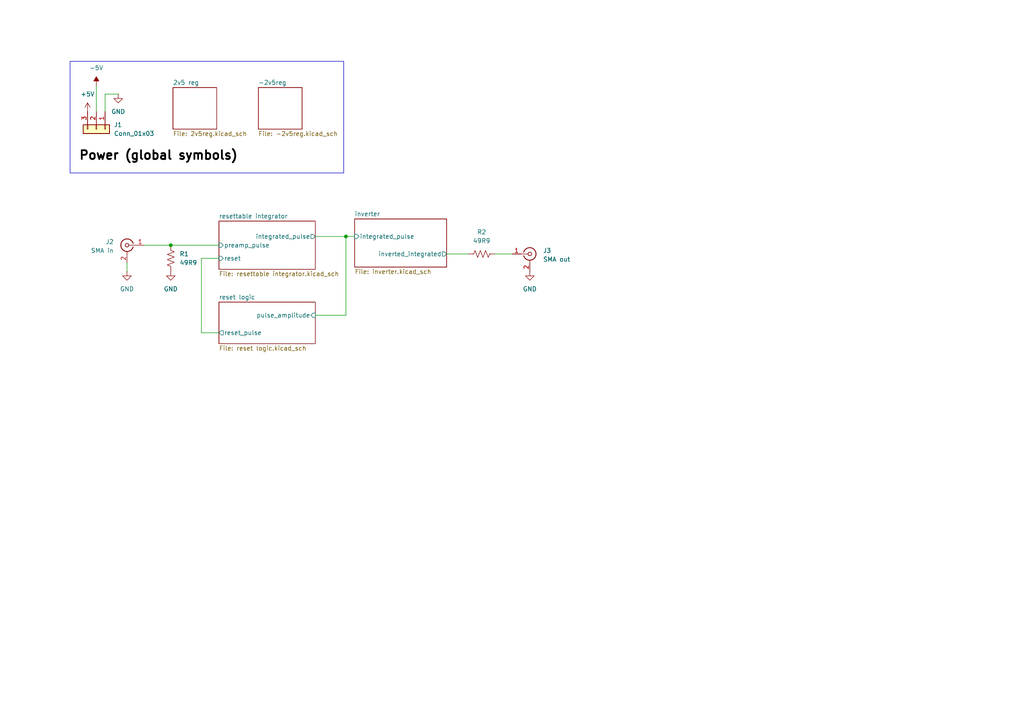
<source format=kicad_sch>
(kicad_sch (version 20231120) (generator "eeschema") (generator_version "8.0")
  (paper "A4")
  (lib_symbols
    (symbol "Connector:Conn_Coaxial" (pin_names (offset 1.016) hide)
      (property "Reference" "J" (at 0.254 3.048 0))
      (property "Value" "Conn_Coaxial" (at 2.921 0 90))
      (symbol "Conn_Coaxial_0_1"
        (arc (start -1.778 -0.508) (mid 0.2311 -1.8066) (end 1.778 0) (stroke (width 0.254)))
        (polyline (pts (xy -2.54 0) (xy -0.508 0)))
        (polyline (pts (xy 0 -2.54) (xy 0 -1.778)))
        (circle (center 0 0) (radius 0.508) (stroke (width 0.2032)))
        (arc (start 1.778 0) (mid 0.2099 1.8101) (end -1.778 0.508) (stroke (width 0.254)))
      )
      (symbol "Conn_Coaxial_1_1"
        (pin passive line (at -5.08 0 0) (length 2.54) (name "In") (number "1"))
        (pin passive line (at 0 -5.08 90) (length 2.54) (name "Ext") (number "2"))
      )
    )
    (symbol "Connector_Generic:Conn_01x03" (pin_names (offset 1.016) hide)
      (property "Reference" "J1" (at -1.2701 5.08 90))
      (property "Value" "Conn_01x03" (at 1.2699 5.08 90))
      (symbol "Conn_01x03_1_1"
        (rectangle (start -1.27 -2.413) (end 0 -2.667) (stroke (width 0.1524)))
        (rectangle (start -1.27 0.127) (end 0 -0.127) (stroke (width 0.1524)))
        (rectangle (start -1.27 2.667) (end 0 2.413) (stroke (width 0.1524)))
        (rectangle (start -1.27 3.81) (end 1.27 -3.81) (stroke (width 0.254)) (fill (type background)))
        (pin power_in line (at -5.08 2.54 0) (length 3.81) (name "Pin_1") (number "1"))
        (pin power_in line (at -5.08 0 0) (length 3.81) (name "Pin_2") (number "2"))
        (pin power_in line (at -5.08 -2.54 0) (length 3.81) (name "Pin_3") (number "3"))
      )
    )
    (symbol "Device:R_US" (pin_numbers hide) (pin_names (offset 0))
      (property "Reference" "R" (at 2.54 0 90))
      (property "Value" "R_US" (at -2.54 0 90))
      (symbol "R_US_0_1"
        (polyline (pts (xy 0 -2.286) (xy 0 -2.54)))
        (polyline (pts (xy 0 2.286) (xy 0 2.54)))
        (polyline (pts (xy 0 -0.762) (xy 1.016 -1.143) (xy 0 -1.524) (xy -1.016 -1.905) (xy 0 -2.286)))
        (polyline (pts (xy 0 0.762) (xy 1.016 0.381) (xy 0 0) (xy -1.016 -0.381) (xy 0 -0.762)))
        (polyline (pts (xy 0 2.286) (xy 1.016 1.905) (xy 0 1.524) (xy -1.016 1.143) (xy 0 0.762)))
      )
      (symbol "R_US_1_1"
        (pin passive line (at 0 3.81 270) (length 1.27) (name "~") (number "1"))
        (pin passive line (at 0 -3.81 90) (length 1.27) (name "~") (number "2"))
      )
    )
    (symbol "power:+5V" (power) (pin_numbers hide) (pin_names (offset 0) hide)
      (property "Value" "+5V" (at 0 3.556 0))
      (symbol "+5V_0_1"
        (polyline (pts (xy -0.762 1.27) (xy 0 2.54)))
        (polyline (pts (xy 0 0) (xy 0 2.54)))
        (polyline (pts (xy 0 2.54) (xy 0.762 1.27)))
      )
      (symbol "+5V_1_1"
        (pin power_in line (at 0 0 90) (length 0) (name "~") (number "1"))
      )
    )
    (symbol "power:-5V" (power) (pin_numbers hide) (pin_names (offset 0) hide)
      (property "Value" "-5V" (at 0 3.556 0))
      (symbol "-5V_0_0"
        (pin power_in line (at 0 0 90) (length 0) (name "~") (number "1"))
      )
      (symbol "-5V_0_1"
        (polyline (pts (xy 0 0) (xy 0 1.27) (xy 0.762 1.27) (xy 0 2.54) (xy -0.762 1.27) (xy 0 1.27)) (fill (type outline)))
      )
    )
    (symbol "power:GND" (power) (pin_numbers hide) (pin_names (offset 0) hide)
      (property "Value" "GND" (at 0 -3.81 0))
      (symbol "GND_0_1"
        (polyline (pts (xy 0 0) (xy 0 -1.27) (xy 1.27 -1.27) (xy 0 -2.54) (xy -1.27 -1.27) (xy 0 -1.27)))
      )
      (symbol "GND_1_1"
        (pin power_in line (at 0 0 270) (length 0) (name "~") (number "1"))
      )
    )
  )
  (junction (at 49.53 71.12))
  (junction (at 100.33 68.58))
  (wire (pts (xy 91.44 68.58) (xy 100.33 68.58)))
  (wire (pts (xy 36.83 76.2) (xy 36.83 78.74)))
  (wire (pts (xy 49.53 71.12) (xy 63.5 71.12)))
  (wire (pts (xy 58.42 96.52) (xy 63.5 96.52)))
  (wire (pts (xy 129.54 73.66) (xy 135.89 73.66)))
  (wire (pts (xy 41.91 71.12) (xy 49.53 71.12)))
  (wire (pts (xy 27.94 24.765) (xy 27.94 32.385)))
  (wire (pts (xy 143.51 73.66) (xy 148.59 73.66)))
  (wire (pts (xy 58.42 74.93) (xy 63.5 74.93)))
  (wire (pts (xy 30.48 32.385) (xy 30.48 27.305)))
  (wire (pts (xy 100.33 91.44) (xy 100.33 68.58)))
  (wire (pts (xy 91.44 91.44) (xy 100.33 91.44)))
  (wire (pts (xy 58.42 74.93) (xy 58.42 96.52)))
  (wire (pts (xy 30.48 27.305) (xy 34.29 27.305)))
  (wire (pts (xy 100.33 68.58) (xy 102.87 68.58)))
  (rectangle (start 20.32 17.78) (end 99.695 50.165))
  (text "Power (global symbols)" (at 45.974 45.212 0) (effects (font (size 2.54 2.54) (thickness 0.508) (bold yes))))
  (symbol (lib_id "power:GND") (at 153.67 78.74 0) (unit 1)
    (property "Reference" "#PWR018" (effects (hide yes)))
    (property "Value" "GND" (at 153.67 83.82 0))
    (property "Description" "Power symbol creates a global label with name \"GND\" , ground" (effects (hide yes)))
  )
  (symbol (lib_id "power:GND") (at 49.53 78.74 0) (unit 1)
    (property "Reference" "#PWR017" (effects (hide yes)))
    (property "Value" "GND" (at 49.53 83.82 0))
    (property "Description" "Power symbol creates a global label with name \"GND\" , ground" (effects (hide yes)))
  )
  (symbol (lib_id "power:-5V") (at 27.94 24.765 0) (unit 1)
    (property "Reference" "#PWR02" (effects (hide yes)))
    (property "Value" "-5V" (at 27.94 19.685 0))
    (property "Description" "Power symbol creates a global label with name \"-5V\"" (effects (hide yes)))
  )
  (symbol (lib_id "Connector:Conn_Coaxial") (at 153.67 73.66 0) (unit 1)
    (property "Reference" "J3" (at 157.48 72.6831 0) (effects (justify left)))
    (property "Value" "SMA out" (at 157.48 75.2231 0) (effects (justify left)))
    (property "Footprint" "Library:GRADCONN_RFPC-SMA28-F" (effects (hide yes)))
    (property "Datasheet" "https://www.digikey.com/en/products/detail/gradconn/RFPC-SMA28-F/22162141" (effects (hide yes)))
    (property "Description" "coaxial connector (BNC, SMA, SMB, SMC, Cinch/RCA, LEMO, ...)" (effects (hide yes)))
  )
  (symbol (lib_id "Device:R_US") (at 139.7 73.66 90) (unit 1)
    (property "Reference" "R2" (at 139.7 67.31 90))
    (property "Value" "49R9" (at 139.7 69.85 90))
    (property "Footprint" "Resistor_SMD:R_0805_2012Metric_Pad1.20x1.40mm_HandSolder" (effects (hide yes)))
    (property "Description" "Resistor, US symbol" (effects (hide yes)))
  )
  (symbol (lib_id "power:GND") (at 36.83 78.74 0) (unit 1)
    (property "Reference" "#PWR016" (effects (hide yes)))
    (property "Value" "GND" (at 36.83 83.82 0))
    (property "Description" "Power symbol creates a global label with name \"GND\" , ground" (effects (hide yes)))
  )
  (symbol (lib_id "Device:R_US") (at 49.53 74.93 0) (unit 1)
    (property "Reference" "R1" (at 52.07 73.6599 0) (effects (justify left)))
    (property "Value" "49R9" (at 52.07 76.1999 0) (effects (justify left)))
    (property "Footprint" "Resistor_SMD:R_0805_2012Metric_Pad1.20x1.40mm_HandSolder" (effects (hide yes)))
    (property "Description" "Resistor, US symbol" (effects (hide yes)))
  )
  (symbol (lib_id "Connector:Conn_Coaxial") (at 36.83 71.12 0) (mirror y) (unit 1)
    (property "Reference" "J2" (at 33.02 70.1431 0) (effects (justify left)))
    (property "Value" "SMA in" (at 33.02 72.6831 0) (effects (justify left)))
    (property "Footprint" "Library:GRADCONN_RFPC-SMA28-F" (effects (hide yes)))
    (property "Datasheet" "https://www.digikey.com/en/products/detail/gradconn/RFPC-SMA28-F/22162141" (effects (hide yes)))
    (property "Description" "coaxial connector (BNC, SMA, SMB, SMC, Cinch/RCA, LEMO, ...)" (effects (hide yes)))
  )
  (symbol (lib_id "power:+5V") (at 25.4 32.385 0) (unit 1)
    (property "Reference" "#PWR01" (effects (hide yes)))
    (property "Value" "+5V" (at 25.4 27.305 0))
    (property "Description" "Power symbol creates a global label with name \"+5V\"" (effects (hide yes)))
  )
  (symbol (lib_id "Connector_Generic:Conn_01x03") (at 27.94 37.465 270) (unit 1)
    (property "Reference" "J1" (at 33.02 36.1949 90) (effects (justify left)))
    (property "Value" "Conn_01x03" (at 33.02 38.7349 90) (effects (justify left)))
    (property "Description" "Generic connector, single row, 01x03, script generated (kicad-library-utils/schlib/autogen/connector/)" (effects (hide yes)))
  )
  (symbol (lib_id "power:GND") (at 34.29 27.305 0) (unit 1)
    (property "Reference" "#PWR03" (effects (hide yes)))
    (property "Value" "GND" (at 34.29 32.385 0))
    (property "Description" "Power symbol creates a global label with name \"GND\" , ground" (effects (hide yes)))
  )
  (sheet (at 102.87 63.5) (size 26.67 13.97) (stroke (width 0.1524))
    (property "Sheetname" "inverter" (at 102.87 62.7884 0) (effects (justify left bottom)))
    (property "Sheetfile" "inverter.kicad_sch" (at 102.87 78.0546 0) (effects (justify left top)))
    (pin "integrated_pulse" input (at 102.87 68.58 180))
    (pin "inverted_integrated" output (at 129.54 73.66 0))
  )
  (sheet (at 50.165 25.4) (size 12.7 12.065) (stroke (width 0.1524))
    (property "Sheetname" "2v5 reg" (at 50.165 24.6884 0) (effects (justify left bottom)))
    (property "Sheetfile" "2v5reg.kicad_sch" (at 50.165 38.0496 0) (effects (justify left top)))
  )
  (sheet (at 74.93 25.4) (size 12.7 12.065) (stroke (width 0.1524))
    (property "Sheetname" "-2v5reg" (at 74.93 24.6884 0) (effects (justify left bottom)))
    (property "Sheetfile" "-2v5reg.kicad_sch" (at 74.93 38.0496 0) (effects (justify left top)))
  )
  (sheet (at 63.5 64.135) (size 27.94 13.97) (stroke (width 0.1524))
    (property "Sheetname" "resettable integrator" (at 63.5 63.4234 0) (effects (justify left bottom)))
    (property "Sheetfile" "resettable integrator.kicad_sch" (at 63.5 78.6896 0) (effects (justify left top)))
    (pin "integrated_pulse" output (at 91.44 68.58 0))
    (pin "preamp_pulse" input (at 63.5 71.12 180))
    (pin "reset" input (at 63.5 74.93 180))
  )
  (sheet (at 63.5 87.63) (size 27.94 12.065) (stroke (width 0.1524))
    (property "Sheetname" "reset logic" (at 63.5 86.9184 0) (effects (justify left bottom)))
    (property "Sheetfile" "reset logic.kicad_sch" (at 63.5 100.2796 0) (effects (justify left top)))
    (pin "pulse_amplitude" input (at 91.44 91.44 0))
    (pin "reset_pulse" output (at 63.5 96.52 180))
  )
)
</source>
